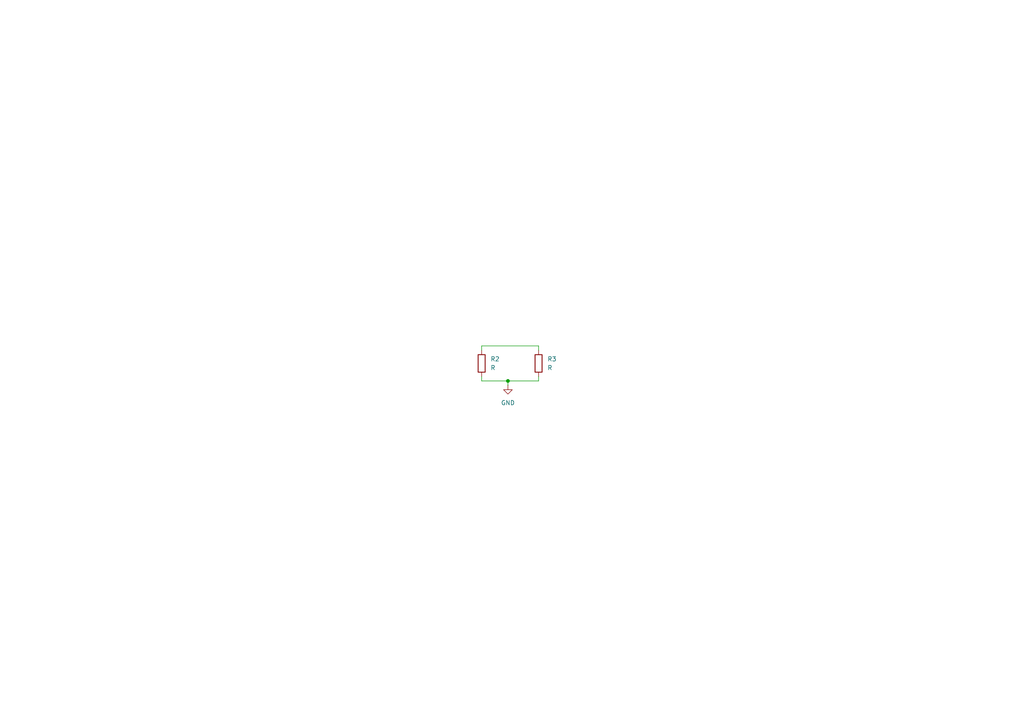
<source format=kicad_sch>
(kicad_sch (version 20250114) (generator "eeschema") (generator_version "9.0")
  (paper "A4")
  (lib_symbols
    (symbol "Device:R" (pin_numbers (hide yes)) (pin_names (offset 0))
      (property "Reference" "R" (at 2.032 0 90))
      (property "Value" "R" (at 0 0 90))
      (symbol "R_0_1"
        (rectangle (start -1.016 -2.54) (end 1.016 2.54) (stroke (width 0.254)))
      )
      (symbol "R_1_1"
        (pin passive line (at 0 3.81 270) (length 1.27) (name "~") (number "1"))
        (pin passive line (at 0 -3.81 90) (length 1.27) (name "~") (number "2"))
      )
    )
    (symbol "power:GND" (power) (pin_numbers (hide yes)) (pin_names (offset 0) (hide yes))
      (property "Value" "GND" (at 0 -3.81 0))
      (symbol "GND_0_1"
        (polyline (pts (xy 0 0) (xy 0 -1.27) (xy 1.27 -1.27) (xy 0 -2.54) (xy -1.27 -1.27) (xy 0 -1.27)))
      )
      (symbol "GND_1_1"
        (pin power_in line (at 0 0 270) (length 0) (name "~") (number "1"))
      )
    )
  )
  (junction (at 147.32 110.49))
  (wire (pts (xy 156.21 100.33) (xy 156.21 101.6)))
  (wire (pts (xy 139.7 110.49) (xy 147.32 110.49)))
  (wire (pts (xy 139.7 110.49) (xy 139.7 109.22)))
  (wire (pts (xy 156.21 110.49) (xy 156.21 109.22)))
  (wire (pts (xy 147.32 110.49) (xy 147.32 111.76)))
  (wire (pts (xy 139.7 100.33) (xy 156.21 100.33)))
  (wire (pts (xy 147.32 110.49) (xy 156.21 110.49)))
  (wire (pts (xy 139.7 101.6) (xy 139.7 100.33)))
  (symbol (lib_id "Device:R") (at 139.7 105.41 0) (unit 1)
    (property "Reference" "R2" (at 142.24 104.1399 0) (effects (justify left)))
    (property "Value" "R" (at 142.24 106.6799 0) (effects (justify left)))
    (property "Footprint" "Resistor_SMD:R_0603_1608Metric" (effects (hide yes)))
    (property "Description" "Resistor" (effects (hide yes)))
  )
  (symbol (lib_id "Device:R") (at 156.21 105.41 0) (unit 1)
    (property "Reference" "R3" (at 158.75 104.1399 0) (effects (justify left)))
    (property "Value" "R" (at 158.75 106.6799 0) (effects (justify left)))
    (property "Footprint" "Resistor_SMD:R_0603_1608Metric" (effects (hide yes)))
    (property "Description" "Resistor" (effects (hide yes)))
  )
  (symbol (lib_id "power:GND") (at 147.32 111.76 0) (unit 1)
    (property "Reference" "#PWR01" (effects (hide yes)))
    (property "Value" "GND" (at 147.32 116.84 0))
    (property "Description" "Power symbol creates a global label with name \"GND\" , ground" (effects (hide yes)))
  )
)
</source>
